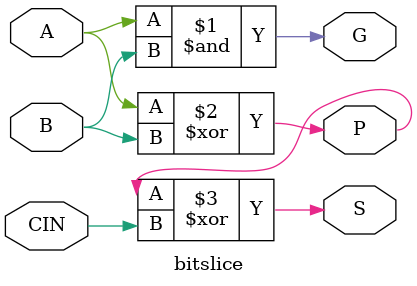
<source format=v>
`timescale 1ns / 1ps
module bitslice(
    input A, B,
    input CIN,
    output G, P, S  
);

assign G = A & B;
assign P = A ^ B; 
assign S = P ^ CIN;

endmodule

</source>
